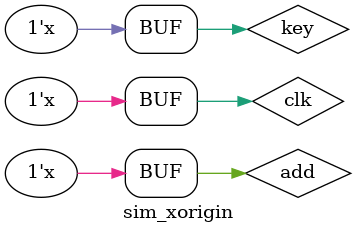
<source format=v>
`timescale 1ns / 1ps


module sim_xorigin;

reg[15:0] key_value = 0;
reg add = 0;
reg key = 0;
reg clk = 0;

    always@(*)
    if (add)
        key_value = {12'b0000_0000_0000,key,3'b000};
    else
        key_value = {8'b0000_0000,key,7'b000_0000};
always #10
    clk = ~clk;

always #10000
    key = ~key;
always #300000
    add = ~add;
    
    wire[7:0] wave_ori_pos;
    wave_xorigin sim_xorigin(
        .key_pressed_in(key),
        .keyval_in(key_value),
        .wave_ori_pos_out(wave_ori_pos)
        //output reg[4:0] state
        );
endmodule

</source>
